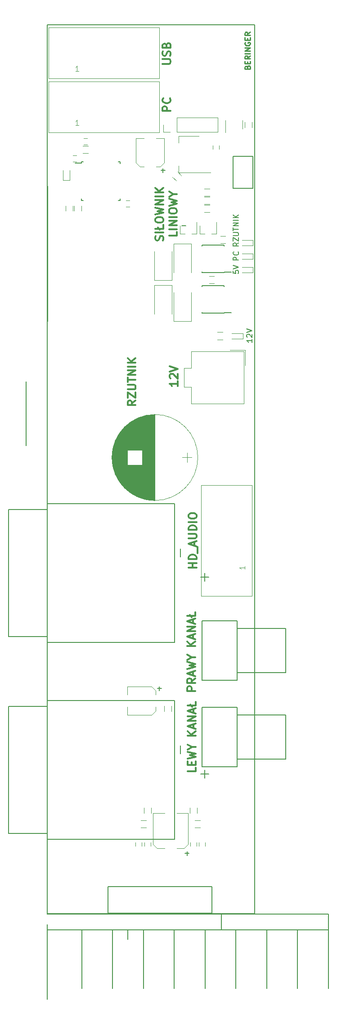
<source format=gbr>
G04 #@! TF.GenerationSoftware,KiCad,Pcbnew,(5.0.0-rc2-dev-311-g1dd4af297)*
G04 #@! TF.CreationDate,2018-06-04T15:35:21+02:00*
G04 #@! TF.ProjectId,resetUSB,72657365745553422E6B696361645F70,1.0*
G04 #@! TF.SameCoordinates,PX6ad8e7cPY2bcdfd4*
G04 #@! TF.FileFunction,Legend,Top*
G04 #@! TF.FilePolarity,Positive*
%FSLAX46Y46*%
G04 Gerber Fmt 4.6, Leading zero omitted, Abs format (unit mm)*
G04 Created by KiCad (PCBNEW (5.0.0-rc2-dev-311-g1dd4af297)) date 06/04/18 15:35:21*
%MOMM*%
%LPD*%
G01*
G04 APERTURE LIST*
%ADD10C,0.200000*%
%ADD11C,0.150000*%
%ADD12C,0.300000*%
%ADD13C,0.250000*%
%ADD14C,0.120000*%
G04 APERTURE END LIST*
D10*
X39000000Y-167000000D02*
X39000000Y0D01*
X0Y-167000000D02*
X39000000Y-167000000D01*
X0Y0D02*
X0Y-167000000D01*
X52912500Y-167067500D02*
X52912500Y-170067500D01*
X12500Y-167067500D02*
X52912500Y-167067500D01*
X12500Y-172067500D02*
X12500Y-169067500D01*
X12500Y-170067500D02*
X52912500Y-170067500D01*
X15162500Y-170067500D02*
X15162500Y-171867500D01*
X12500Y-172067500D02*
X12500Y-183067500D01*
X6512500Y-170067500D02*
X6512500Y-181067500D01*
X47112500Y-170067500D02*
X47112500Y-181067500D01*
X35512500Y-170067500D02*
X35512500Y-181067500D01*
X29712500Y-170067500D02*
X29712500Y-181067500D01*
X41312500Y-170067500D02*
X41312500Y-181067500D01*
X52912500Y-170067500D02*
X52912500Y-181067500D01*
X23912500Y-170067500D02*
X23912500Y-181067500D01*
X12312500Y-170067500D02*
X12312500Y-181067500D01*
X32812500Y-167067500D02*
X32812500Y-170067500D01*
X18112500Y-170067500D02*
X18112500Y-181067500D01*
D11*
X39000000Y0D02*
X0Y0D01*
X38552380Y-59039047D02*
X38552380Y-59610476D01*
X38552380Y-59324761D02*
X37552380Y-59324761D01*
X37695238Y-59420000D01*
X37790476Y-59515238D01*
X37838095Y-59610476D01*
X37647619Y-58658095D02*
X37600000Y-58610476D01*
X37552380Y-58515238D01*
X37552380Y-58277142D01*
X37600000Y-58181904D01*
X37647619Y-58134285D01*
X37742857Y-58086666D01*
X37838095Y-58086666D01*
X37980952Y-58134285D01*
X38552380Y-58705714D01*
X38552380Y-58086666D01*
X37552380Y-57800952D02*
X38552380Y-57467619D01*
X37552380Y-57134285D01*
D10*
X26097000Y-37755500D02*
X25335000Y-37755500D01*
D11*
X36012380Y-40941333D02*
X35536190Y-41274666D01*
X36012380Y-41512761D02*
X35012380Y-41512761D01*
X35012380Y-41131809D01*
X35060000Y-41036571D01*
X35107619Y-40988952D01*
X35202857Y-40941333D01*
X35345714Y-40941333D01*
X35440952Y-40988952D01*
X35488571Y-41036571D01*
X35536190Y-41131809D01*
X35536190Y-41512761D01*
X35012380Y-40608000D02*
X35012380Y-39941333D01*
X36012380Y-40608000D01*
X36012380Y-39941333D01*
X35012380Y-39560380D02*
X35821904Y-39560380D01*
X35917142Y-39512761D01*
X35964761Y-39465142D01*
X36012380Y-39369904D01*
X36012380Y-39179428D01*
X35964761Y-39084190D01*
X35917142Y-39036571D01*
X35821904Y-38988952D01*
X35012380Y-38988952D01*
X35012380Y-38655619D02*
X35012380Y-38084190D01*
X36012380Y-38369904D02*
X35012380Y-38369904D01*
X36012380Y-37750857D02*
X35012380Y-37750857D01*
X36012380Y-37179428D01*
X35012380Y-37179428D01*
X36012380Y-36703238D02*
X35012380Y-36703238D01*
X36012380Y-36227047D02*
X35012380Y-36227047D01*
X36012380Y-35655619D02*
X35440952Y-36084190D01*
X35012380Y-35655619D02*
X35583809Y-36227047D01*
D12*
X24554571Y-66968571D02*
X24554571Y-67825714D01*
X24554571Y-67397142D02*
X23054571Y-67397142D01*
X23268857Y-67540000D01*
X23411714Y-67682857D01*
X23483142Y-67825714D01*
X23197428Y-66397142D02*
X23126000Y-66325714D01*
X23054571Y-66182857D01*
X23054571Y-65825714D01*
X23126000Y-65682857D01*
X23197428Y-65611428D01*
X23340285Y-65540000D01*
X23483142Y-65540000D01*
X23697428Y-65611428D01*
X24554571Y-66468571D01*
X24554571Y-65540000D01*
X23054571Y-65111428D02*
X24554571Y-64611428D01*
X23054571Y-64111428D01*
X21721071Y-7290357D02*
X22935357Y-7290357D01*
X23078214Y-7218928D01*
X23149642Y-7147500D01*
X23221071Y-7004642D01*
X23221071Y-6718928D01*
X23149642Y-6576071D01*
X23078214Y-6504642D01*
X22935357Y-6433214D01*
X21721071Y-6433214D01*
X23149642Y-5790357D02*
X23221071Y-5576071D01*
X23221071Y-5218928D01*
X23149642Y-5076071D01*
X23078214Y-5004642D01*
X22935357Y-4933214D01*
X22792500Y-4933214D01*
X22649642Y-5004642D01*
X22578214Y-5076071D01*
X22506785Y-5218928D01*
X22435357Y-5504642D01*
X22363928Y-5647500D01*
X22292500Y-5718928D01*
X22149642Y-5790357D01*
X22006785Y-5790357D01*
X21863928Y-5718928D01*
X21792500Y-5647500D01*
X21721071Y-5504642D01*
X21721071Y-5147500D01*
X21792500Y-4933214D01*
X22435357Y-3790357D02*
X22506785Y-3576071D01*
X22578214Y-3504642D01*
X22721071Y-3433214D01*
X22935357Y-3433214D01*
X23078214Y-3504642D01*
X23149642Y-3576071D01*
X23221071Y-3718928D01*
X23221071Y-4290357D01*
X21721071Y-4290357D01*
X21721071Y-3790357D01*
X21792500Y-3647500D01*
X21863928Y-3576071D01*
X22006785Y-3504642D01*
X22149642Y-3504642D01*
X22292500Y-3576071D01*
X22363928Y-3647500D01*
X22435357Y-3790357D01*
X22435357Y-4290357D01*
D11*
X36012380Y-44195904D02*
X35012380Y-44195904D01*
X35012380Y-43814952D01*
X35060000Y-43719714D01*
X35107619Y-43672095D01*
X35202857Y-43624476D01*
X35345714Y-43624476D01*
X35440952Y-43672095D01*
X35488571Y-43719714D01*
X35536190Y-43814952D01*
X35536190Y-44195904D01*
X35917142Y-42624476D02*
X35964761Y-42672095D01*
X36012380Y-42814952D01*
X36012380Y-42910190D01*
X35964761Y-43053047D01*
X35869523Y-43148285D01*
X35774285Y-43195904D01*
X35583809Y-43243523D01*
X35440952Y-43243523D01*
X35250476Y-43195904D01*
X35155238Y-43148285D01*
X35060000Y-43053047D01*
X35012380Y-42910190D01*
X35012380Y-42814952D01*
X35060000Y-42672095D01*
X35107619Y-42624476D01*
X35012380Y-46164476D02*
X35012380Y-46640666D01*
X35488571Y-46688285D01*
X35440952Y-46640666D01*
X35393333Y-46545428D01*
X35393333Y-46307333D01*
X35440952Y-46212095D01*
X35488571Y-46164476D01*
X35583809Y-46116857D01*
X35821904Y-46116857D01*
X35917142Y-46164476D01*
X35964761Y-46212095D01*
X36012380Y-46307333D01*
X36012380Y-46545428D01*
X35964761Y-46640666D01*
X35917142Y-46688285D01*
X35012380Y-45831142D02*
X36012380Y-45497809D01*
X35012380Y-45164476D01*
D12*
X28110571Y-101972428D02*
X26610571Y-101972428D01*
X27324857Y-101972428D02*
X27324857Y-101115285D01*
X28110571Y-101115285D02*
X26610571Y-101115285D01*
X28110571Y-100401000D02*
X26610571Y-100401000D01*
X26610571Y-100043857D01*
X26682000Y-99829571D01*
X26824857Y-99686714D01*
X26967714Y-99615285D01*
X27253428Y-99543857D01*
X27467714Y-99543857D01*
X27753428Y-99615285D01*
X27896285Y-99686714D01*
X28039142Y-99829571D01*
X28110571Y-100043857D01*
X28110571Y-100401000D01*
X28253428Y-99258142D02*
X28253428Y-98115285D01*
X27682000Y-97829571D02*
X27682000Y-97115285D01*
X28110571Y-97972428D02*
X26610571Y-97472428D01*
X28110571Y-96972428D01*
X26610571Y-96472428D02*
X27824857Y-96472428D01*
X27967714Y-96401000D01*
X28039142Y-96329571D01*
X28110571Y-96186714D01*
X28110571Y-95901000D01*
X28039142Y-95758142D01*
X27967714Y-95686714D01*
X27824857Y-95615285D01*
X26610571Y-95615285D01*
X28110571Y-94901000D02*
X26610571Y-94901000D01*
X26610571Y-94543857D01*
X26682000Y-94329571D01*
X26824857Y-94186714D01*
X26967714Y-94115285D01*
X27253428Y-94043857D01*
X27467714Y-94043857D01*
X27753428Y-94115285D01*
X27896285Y-94186714D01*
X28039142Y-94329571D01*
X28110571Y-94543857D01*
X28110571Y-94901000D01*
X28110571Y-93401000D02*
X26610571Y-93401000D01*
X26610571Y-92401000D02*
X26610571Y-92115285D01*
X26682000Y-91972428D01*
X26824857Y-91829571D01*
X27110571Y-91758142D01*
X27610571Y-91758142D01*
X27896285Y-91829571D01*
X28039142Y-91972428D01*
X28110571Y-92115285D01*
X28110571Y-92401000D01*
X28039142Y-92543857D01*
X27896285Y-92686714D01*
X27610571Y-92758142D01*
X27110571Y-92758142D01*
X26824857Y-92686714D01*
X26682000Y-92543857D01*
X26610571Y-92401000D01*
X27856571Y-125141714D02*
X26356571Y-125141714D01*
X26356571Y-124570285D01*
X26428000Y-124427428D01*
X26499428Y-124356000D01*
X26642285Y-124284571D01*
X26856571Y-124284571D01*
X26999428Y-124356000D01*
X27070857Y-124427428D01*
X27142285Y-124570285D01*
X27142285Y-125141714D01*
X27856571Y-122784571D02*
X27142285Y-123284571D01*
X27856571Y-123641714D02*
X26356571Y-123641714D01*
X26356571Y-123070285D01*
X26428000Y-122927428D01*
X26499428Y-122856000D01*
X26642285Y-122784571D01*
X26856571Y-122784571D01*
X26999428Y-122856000D01*
X27070857Y-122927428D01*
X27142285Y-123070285D01*
X27142285Y-123641714D01*
X27428000Y-122213142D02*
X27428000Y-121498857D01*
X27856571Y-122356000D02*
X26356571Y-121856000D01*
X27856571Y-121356000D01*
X26356571Y-120998857D02*
X27856571Y-120641714D01*
X26785142Y-120356000D01*
X27856571Y-120070285D01*
X26356571Y-119713142D01*
X27142285Y-118856000D02*
X27856571Y-118856000D01*
X26356571Y-119356000D02*
X27142285Y-118856000D01*
X26356571Y-118356000D01*
X27856571Y-116713142D02*
X26356571Y-116713142D01*
X27856571Y-115856000D02*
X26999428Y-116498857D01*
X26356571Y-115856000D02*
X27213714Y-116713142D01*
X27428000Y-115284571D02*
X27428000Y-114570285D01*
X27856571Y-115427428D02*
X26356571Y-114927428D01*
X27856571Y-114427428D01*
X27856571Y-113927428D02*
X26356571Y-113927428D01*
X27856571Y-113070285D01*
X26356571Y-113070285D01*
X27428000Y-112427428D02*
X27428000Y-111713142D01*
X27856571Y-112570285D02*
X26356571Y-112070285D01*
X27856571Y-111570285D01*
X27856571Y-110356000D02*
X27856571Y-111070285D01*
X26356571Y-111070285D01*
X27142285Y-111284571D02*
X26856571Y-110856000D01*
X27944071Y-139572285D02*
X27944071Y-140286571D01*
X26444071Y-140286571D01*
X27158357Y-139072285D02*
X27158357Y-138572285D01*
X27944071Y-138358000D02*
X27944071Y-139072285D01*
X26444071Y-139072285D01*
X26444071Y-138358000D01*
X26444071Y-137858000D02*
X27944071Y-137500857D01*
X26872642Y-137215142D01*
X27944071Y-136929428D01*
X26444071Y-136572285D01*
X27229785Y-135715142D02*
X27944071Y-135715142D01*
X26444071Y-136215142D02*
X27229785Y-135715142D01*
X26444071Y-135215142D01*
X27944071Y-133572285D02*
X26444071Y-133572285D01*
X27944071Y-132715142D02*
X27086928Y-133358000D01*
X26444071Y-132715142D02*
X27301214Y-133572285D01*
X27515500Y-132143714D02*
X27515500Y-131429428D01*
X27944071Y-132286571D02*
X26444071Y-131786571D01*
X27944071Y-131286571D01*
X27944071Y-130786571D02*
X26444071Y-130786571D01*
X27944071Y-129929428D01*
X26444071Y-129929428D01*
X27515500Y-129286571D02*
X27515500Y-128572285D01*
X27944071Y-129429428D02*
X26444071Y-128929428D01*
X27944071Y-128429428D01*
X27944071Y-127215142D02*
X27944071Y-127929428D01*
X26444071Y-127929428D01*
X27229785Y-128143714D02*
X26944071Y-127715142D01*
X16641071Y-70567500D02*
X15926785Y-71067500D01*
X16641071Y-71424642D02*
X15141071Y-71424642D01*
X15141071Y-70853214D01*
X15212500Y-70710357D01*
X15283928Y-70638928D01*
X15426785Y-70567500D01*
X15641071Y-70567500D01*
X15783928Y-70638928D01*
X15855357Y-70710357D01*
X15926785Y-70853214D01*
X15926785Y-71424642D01*
X15141071Y-70067500D02*
X15141071Y-69067500D01*
X16641071Y-70067500D01*
X16641071Y-69067500D01*
X15141071Y-68496071D02*
X16355357Y-68496071D01*
X16498214Y-68424642D01*
X16569642Y-68353214D01*
X16641071Y-68210357D01*
X16641071Y-67924642D01*
X16569642Y-67781785D01*
X16498214Y-67710357D01*
X16355357Y-67638928D01*
X15141071Y-67638928D01*
X15141071Y-67138928D02*
X15141071Y-66281785D01*
X16641071Y-66710357D02*
X15141071Y-66710357D01*
X16641071Y-65781785D02*
X15141071Y-65781785D01*
X16641071Y-64924642D01*
X15141071Y-64924642D01*
X16641071Y-64210357D02*
X15141071Y-64210357D01*
X16641071Y-63496071D02*
X15141071Y-63496071D01*
X16641071Y-62638928D02*
X15783928Y-63281785D01*
X15141071Y-62638928D02*
X15998214Y-63496071D01*
D13*
X37647571Y-7921238D02*
X37695190Y-7778380D01*
X37742809Y-7730761D01*
X37838047Y-7683142D01*
X37980904Y-7683142D01*
X38076142Y-7730761D01*
X38123761Y-7778380D01*
X38171380Y-7873619D01*
X38171380Y-8254571D01*
X37171380Y-8254571D01*
X37171380Y-7921238D01*
X37219000Y-7826000D01*
X37266619Y-7778380D01*
X37361857Y-7730761D01*
X37457095Y-7730761D01*
X37552333Y-7778380D01*
X37599952Y-7826000D01*
X37647571Y-7921238D01*
X37647571Y-8254571D01*
X37647571Y-7254571D02*
X37647571Y-6921238D01*
X38171380Y-6778380D02*
X38171380Y-7254571D01*
X37171380Y-7254571D01*
X37171380Y-6778380D01*
X38171380Y-5778380D02*
X37695190Y-6111714D01*
X38171380Y-6349809D02*
X37171380Y-6349809D01*
X37171380Y-5968857D01*
X37219000Y-5873619D01*
X37266619Y-5826000D01*
X37361857Y-5778380D01*
X37504714Y-5778380D01*
X37599952Y-5826000D01*
X37647571Y-5873619D01*
X37695190Y-5968857D01*
X37695190Y-6349809D01*
X38171380Y-5349809D02*
X37171380Y-5349809D01*
X38171380Y-4873619D02*
X37171380Y-4873619D01*
X38171380Y-4302190D01*
X37171380Y-4302190D01*
X37219000Y-3302190D02*
X37171380Y-3397428D01*
X37171380Y-3540285D01*
X37219000Y-3683142D01*
X37314238Y-3778380D01*
X37409476Y-3826000D01*
X37599952Y-3873619D01*
X37742809Y-3873619D01*
X37933285Y-3826000D01*
X38028523Y-3778380D01*
X38123761Y-3683142D01*
X38171380Y-3540285D01*
X38171380Y-3445047D01*
X38123761Y-3302190D01*
X38076142Y-3254571D01*
X37742809Y-3254571D01*
X37742809Y-3445047D01*
X37647571Y-2826000D02*
X37647571Y-2492666D01*
X38171380Y-2349809D02*
X38171380Y-2826000D01*
X37171380Y-2826000D01*
X37171380Y-2349809D01*
X38171380Y-1349809D02*
X37695190Y-1683142D01*
X38171380Y-1921238D02*
X37171380Y-1921238D01*
X37171380Y-1540285D01*
X37219000Y-1445047D01*
X37266619Y-1397428D01*
X37361857Y-1349809D01*
X37504714Y-1349809D01*
X37599952Y-1397428D01*
X37647571Y-1445047D01*
X37695190Y-1540285D01*
X37695190Y-1921238D01*
D12*
X21787642Y-40488571D02*
X21859071Y-40274285D01*
X21859071Y-39917142D01*
X21787642Y-39774285D01*
X21716214Y-39702857D01*
X21573357Y-39631428D01*
X21430500Y-39631428D01*
X21287642Y-39702857D01*
X21216214Y-39774285D01*
X21144785Y-39917142D01*
X21073357Y-40202857D01*
X21001928Y-40345714D01*
X20930500Y-40417142D01*
X20787642Y-40488571D01*
X20644785Y-40488571D01*
X20501928Y-40417142D01*
X20430500Y-40345714D01*
X20359071Y-40202857D01*
X20359071Y-39845714D01*
X20430500Y-39631428D01*
X21859071Y-38988571D02*
X20359071Y-38988571D01*
X21859071Y-37560000D02*
X21859071Y-38274285D01*
X20359071Y-38274285D01*
X21144785Y-38488571D02*
X20859071Y-38060000D01*
X20359071Y-36774285D02*
X20359071Y-36488571D01*
X20430500Y-36345714D01*
X20573357Y-36202857D01*
X20859071Y-36131428D01*
X21359071Y-36131428D01*
X21644785Y-36202857D01*
X21787642Y-36345714D01*
X21859071Y-36488571D01*
X21859071Y-36774285D01*
X21787642Y-36917142D01*
X21644785Y-37060000D01*
X21359071Y-37131428D01*
X20859071Y-37131428D01*
X20573357Y-37060000D01*
X20430500Y-36917142D01*
X20359071Y-36774285D01*
X20359071Y-35631428D02*
X21859071Y-35274285D01*
X20787642Y-34988571D01*
X21859071Y-34702857D01*
X20359071Y-34345714D01*
X21859071Y-33774285D02*
X20359071Y-33774285D01*
X21859071Y-32917142D01*
X20359071Y-32917142D01*
X21859071Y-32202857D02*
X20359071Y-32202857D01*
X21859071Y-31488571D02*
X20359071Y-31488571D01*
X21859071Y-30631428D02*
X21001928Y-31274285D01*
X20359071Y-30631428D02*
X21216214Y-31488571D01*
X24409071Y-38881428D02*
X24409071Y-39595714D01*
X22909071Y-39595714D01*
X24409071Y-38381428D02*
X22909071Y-38381428D01*
X24409071Y-37667142D02*
X22909071Y-37667142D01*
X24409071Y-36810000D01*
X22909071Y-36810000D01*
X24409071Y-36095714D02*
X22909071Y-36095714D01*
X22909071Y-35095714D02*
X22909071Y-34810000D01*
X22980500Y-34667142D01*
X23123357Y-34524285D01*
X23409071Y-34452857D01*
X23909071Y-34452857D01*
X24194785Y-34524285D01*
X24337642Y-34667142D01*
X24409071Y-34810000D01*
X24409071Y-35095714D01*
X24337642Y-35238571D01*
X24194785Y-35381428D01*
X23909071Y-35452857D01*
X23409071Y-35452857D01*
X23123357Y-35381428D01*
X22980500Y-35238571D01*
X22909071Y-35095714D01*
X22909071Y-33952857D02*
X24409071Y-33595714D01*
X23337642Y-33310000D01*
X24409071Y-33024285D01*
X22909071Y-32667142D01*
X23694785Y-31810000D02*
X24409071Y-31810000D01*
X22909071Y-32310000D02*
X23694785Y-31810000D01*
X22909071Y-31310000D01*
X23221071Y-16128857D02*
X21721071Y-16128857D01*
X21721071Y-15557428D01*
X21792500Y-15414571D01*
X21863928Y-15343142D01*
X22006785Y-15271714D01*
X22221071Y-15271714D01*
X22363928Y-15343142D01*
X22435357Y-15414571D01*
X22506785Y-15557428D01*
X22506785Y-16128857D01*
X23078214Y-13771714D02*
X23149642Y-13843142D01*
X23221071Y-14057428D01*
X23221071Y-14200285D01*
X23149642Y-14414571D01*
X23006785Y-14557428D01*
X22863928Y-14628857D01*
X22578214Y-14700285D01*
X22363928Y-14700285D01*
X22078214Y-14628857D01*
X21935357Y-14557428D01*
X21792500Y-14414571D01*
X21721071Y-14200285D01*
X21721071Y-14057428D01*
X21792500Y-13843142D01*
X21863928Y-13771714D01*
D14*
X27809000Y-149486000D02*
X28809000Y-149486000D01*
X28809000Y-150846000D02*
X27809000Y-150846000D01*
X19932500Y-153936000D02*
X19932500Y-148096000D01*
X20692500Y-154696000D02*
X19932500Y-153936000D01*
X26532500Y-153936000D02*
X25772500Y-154696000D01*
X26532500Y-148096000D02*
X26532500Y-153936000D01*
X20692500Y-154696000D02*
X22112500Y-154696000D01*
X25772500Y-154696000D02*
X24352500Y-154696000D01*
X19932500Y-148096000D02*
X22112500Y-148096000D01*
X26532500Y-148096000D02*
X24352500Y-148096000D01*
X28227000Y-147126000D02*
X28227000Y-148126000D01*
X26867000Y-148126000D02*
X26867000Y-147126000D01*
X19514500Y-153626000D02*
X19514500Y-154326000D01*
X18314500Y-154326000D02*
X18314500Y-153626000D01*
X16599000Y-154326000D02*
X16599000Y-153626000D01*
X17799000Y-153626000D02*
X17799000Y-154326000D01*
X28147000Y-153614000D02*
X28147000Y-154314000D01*
X26947000Y-154314000D02*
X26947000Y-153614000D01*
X19591000Y-147126000D02*
X19591000Y-148126000D01*
X18231000Y-148126000D02*
X18231000Y-147126000D01*
D11*
X30995000Y-161926200D02*
X30995000Y-166930000D01*
X11395000Y-161926200D02*
X30995000Y-161926200D01*
X11395000Y-166930000D02*
X11395000Y-161926200D01*
X30995000Y-166930000D02*
X11395000Y-166930000D01*
D14*
X28537000Y-154326000D02*
X28537000Y-153626000D01*
X29737000Y-153626000D02*
X29737000Y-154326000D01*
X18649000Y-150846000D02*
X17649000Y-150846000D01*
X17649000Y-149486000D02*
X18649000Y-149486000D01*
X22013500Y-128990500D02*
X22013500Y-127990500D01*
X23373500Y-127990500D02*
X23373500Y-128990500D01*
X19650500Y-124326500D02*
X15070500Y-124326500D01*
X20410500Y-125086500D02*
X19650500Y-124326500D01*
X19650500Y-129656500D02*
X20410500Y-128896500D01*
X15070500Y-129656500D02*
X19650500Y-129656500D01*
X20410500Y-128896500D02*
X20410500Y-128106500D01*
X20410500Y-125086500D02*
X20410500Y-125876500D01*
X15070500Y-124326500D02*
X15070500Y-125876500D01*
X15070500Y-129656500D02*
X15070500Y-128106500D01*
D11*
X-4000000Y-67000000D02*
X-4000000Y-79000000D01*
X0Y-103000000D02*
X0Y-116000000D01*
X0Y-116000000D02*
X24000000Y-116000000D01*
X24000000Y-116000000D02*
X24000000Y-103000000D01*
X24000000Y-103000000D02*
X24000000Y-90000000D01*
X24000000Y-90000000D02*
X0Y-90000000D01*
X0Y-90000000D02*
X0Y-103000000D01*
X0Y-91100000D02*
X-7300000Y-91100000D01*
X-7300000Y-91100000D02*
X-7300000Y-114900000D01*
X-7300000Y-114900000D02*
X0Y-114900000D01*
D14*
X20125500Y-47945700D02*
X20125500Y-42545700D01*
X23425500Y-47945700D02*
X23425500Y-42545700D01*
X20125500Y-47945700D02*
X23425500Y-47945700D01*
X27108500Y-41145700D02*
X27108500Y-46545700D01*
X23808500Y-41145700D02*
X23808500Y-46545700D01*
X27108500Y-41145700D02*
X23808500Y-41145700D01*
X23425500Y-48892700D02*
X23425500Y-54292700D01*
X20125500Y-48892700D02*
X20125500Y-54292700D01*
X23425500Y-48892700D02*
X20125500Y-48892700D01*
X24986000Y-39211500D02*
X24986000Y-37751500D01*
X28146000Y-39211500D02*
X28146000Y-37051500D01*
X28146000Y-39211500D02*
X27216000Y-39211500D01*
X24986000Y-39211500D02*
X25916000Y-39211500D01*
X28669000Y-39211500D02*
X28669000Y-37751500D01*
X31829000Y-39211500D02*
X31829000Y-37051500D01*
X31829000Y-39211500D02*
X30899000Y-39211500D01*
X28669000Y-39211500D02*
X29599000Y-39211500D01*
X23808500Y-55692700D02*
X23808500Y-50292700D01*
X27108500Y-55692700D02*
X27108500Y-50292700D01*
X23808500Y-55692700D02*
X27108500Y-55692700D01*
D11*
X33261200Y-46469100D02*
X34661200Y-46469100D01*
X33261200Y-41369100D02*
X29111200Y-41369100D01*
X33261200Y-46519100D02*
X29111200Y-46519100D01*
X33261200Y-41369100D02*
X33261200Y-41514100D01*
X29111200Y-41369100D02*
X29111200Y-41514100D01*
X29111200Y-46519100D02*
X29111200Y-46374100D01*
X33261200Y-46519100D02*
X33261200Y-46469100D01*
X33261200Y-54089100D02*
X34661200Y-54089100D01*
X33261200Y-48989100D02*
X29111200Y-48989100D01*
X33261200Y-54139100D02*
X29111200Y-54139100D01*
X33261200Y-48989100D02*
X33261200Y-49134100D01*
X29111200Y-48989100D02*
X29111200Y-49134100D01*
X29111200Y-54139100D02*
X29111200Y-53994100D01*
X33261200Y-54139100D02*
X33261200Y-54089100D01*
D14*
X31448500Y-48559000D02*
X30448500Y-48559000D01*
X30448500Y-47199000D02*
X31448500Y-47199000D01*
X33570800Y-40989800D02*
X32570800Y-40989800D01*
X32570800Y-39629800D02*
X33570800Y-39629800D01*
X38530000Y-107330000D02*
X28930000Y-107330000D01*
X38530000Y-86510000D02*
X38530000Y-107330000D01*
X28930000Y-86510000D02*
X38530000Y-86510000D01*
X28930000Y-107330000D02*
X28930000Y-86510000D01*
D11*
X44858500Y-129655500D02*
X35758500Y-129655500D01*
X44858500Y-137955500D02*
X44858500Y-129655500D01*
X35758500Y-137955500D02*
X44858500Y-137955500D01*
X35758500Y-128205500D02*
X35758500Y-139405500D01*
X29158500Y-128205500D02*
X35758500Y-128205500D01*
X29158500Y-139405500D02*
X29158500Y-128205500D01*
X35758500Y-139405500D02*
X29158500Y-139405500D01*
D14*
X36860000Y-58961500D02*
X34760000Y-58961500D01*
X36860000Y-57961500D02*
X34760000Y-57961500D01*
X36860000Y-58961500D02*
X36860000Y-57961500D01*
X32012000Y-57740000D02*
X33012000Y-57740000D01*
X33012000Y-59100000D02*
X32012000Y-59100000D01*
X37258000Y-61111000D02*
X34408000Y-61111000D01*
X37258000Y-63961000D02*
X37258000Y-61111000D01*
X25708000Y-68061000D02*
X25708000Y-66261000D01*
X27108000Y-68061000D02*
X25708000Y-68061000D01*
X27108000Y-71161000D02*
X27108000Y-68061000D01*
X37008000Y-71161000D02*
X27108000Y-71161000D01*
X37008000Y-66261000D02*
X37008000Y-71161000D01*
X25708000Y-64461000D02*
X25708000Y-66261000D01*
X27108000Y-64461000D02*
X25708000Y-64461000D01*
X27108000Y-61361000D02*
X27108000Y-64461000D01*
X37008000Y-61361000D02*
X27108000Y-61361000D01*
X37008000Y-66261000D02*
X37008000Y-61361000D01*
D11*
X44858500Y-113399500D02*
X35758500Y-113399500D01*
X44858500Y-121699500D02*
X44858500Y-113399500D01*
X35758500Y-121699500D02*
X44858500Y-121699500D01*
X35758500Y-111949500D02*
X35758500Y-123149500D01*
X29158500Y-111949500D02*
X35758500Y-111949500D01*
X29158500Y-123149500D02*
X29158500Y-111949500D01*
X35758500Y-123149500D02*
X29158500Y-123149500D01*
D14*
X30559500Y-33619500D02*
X29559500Y-33619500D01*
X29559500Y-32259500D02*
X30559500Y-32259500D01*
D11*
X110000Y-55700000D02*
X110000Y-30300000D01*
X6467772Y-25941143D02*
X5242772Y-25941143D01*
X13717772Y-25716143D02*
X13417772Y-25716143D01*
X13717772Y-32966143D02*
X13417772Y-32966143D01*
X6467772Y-32966143D02*
X6767772Y-32966143D01*
X6467772Y-25716143D02*
X6767772Y-25716143D01*
X6467772Y-32966143D02*
X6467772Y-32666143D01*
X13717772Y-32966143D02*
X13717772Y-32666143D01*
X13717772Y-25716143D02*
X13717772Y-26016143D01*
X6467772Y-25716143D02*
X6467772Y-25941143D01*
D14*
X6687876Y-22712702D02*
X7687876Y-22712702D01*
X7687876Y-24072702D02*
X6687876Y-24072702D01*
X4803631Y-24520423D02*
X5503631Y-24520423D01*
X5503631Y-25720423D02*
X4803631Y-25720423D01*
X7549876Y-22468702D02*
X6849876Y-22468702D01*
X6849876Y-21268702D02*
X7549876Y-21268702D01*
X26300000Y-82180000D02*
X26300000Y-80380000D01*
X27200000Y-81280000D02*
X25400000Y-81280000D01*
X12169000Y-81643000D02*
X12169000Y-80917000D01*
X12209000Y-82139000D02*
X12209000Y-80421000D01*
X12249000Y-82444000D02*
X12249000Y-80116000D01*
X12289000Y-82685000D02*
X12289000Y-79875000D01*
X12329000Y-82890000D02*
X12329000Y-79670000D01*
X12369000Y-83072000D02*
X12369000Y-79488000D01*
X12409000Y-83236000D02*
X12409000Y-79324000D01*
X12449000Y-83387000D02*
X12449000Y-79173000D01*
X12489000Y-83528000D02*
X12489000Y-79032000D01*
X12529000Y-83659000D02*
X12529000Y-78901000D01*
X12569000Y-83783000D02*
X12569000Y-78777000D01*
X12609000Y-83901000D02*
X12609000Y-78659000D01*
X12649000Y-84013000D02*
X12649000Y-78547000D01*
X12689000Y-84121000D02*
X12689000Y-78439000D01*
X12729000Y-84223000D02*
X12729000Y-78337000D01*
X12769000Y-84322000D02*
X12769000Y-78238000D01*
X12809000Y-84418000D02*
X12809000Y-78142000D01*
X12849000Y-84510000D02*
X12849000Y-78050000D01*
X12889000Y-84599000D02*
X12889000Y-77961000D01*
X12929000Y-84685000D02*
X12929000Y-77875000D01*
X12969000Y-84769000D02*
X12969000Y-77791000D01*
X13009000Y-84850000D02*
X13009000Y-77710000D01*
X13049000Y-84929000D02*
X13049000Y-77631000D01*
X13089000Y-85006000D02*
X13089000Y-77554000D01*
X13129000Y-85082000D02*
X13129000Y-77478000D01*
X13169000Y-85155000D02*
X13169000Y-77405000D01*
X13209000Y-85226000D02*
X13209000Y-77334000D01*
X13249000Y-85296000D02*
X13249000Y-77264000D01*
X13289000Y-85364000D02*
X13289000Y-77196000D01*
X13329000Y-85431000D02*
X13329000Y-77129000D01*
X13369000Y-85497000D02*
X13369000Y-77063000D01*
X13409000Y-85561000D02*
X13409000Y-76999000D01*
X13449000Y-85623000D02*
X13449000Y-76937000D01*
X13489000Y-85685000D02*
X13489000Y-76875000D01*
X13529000Y-85745000D02*
X13529000Y-76815000D01*
X13569000Y-85804000D02*
X13569000Y-76756000D01*
X13609000Y-85862000D02*
X13609000Y-76698000D01*
X13649000Y-85919000D02*
X13649000Y-76641000D01*
X13689000Y-85975000D02*
X13689000Y-76585000D01*
X13729000Y-86030000D02*
X13729000Y-76530000D01*
X13769000Y-86084000D02*
X13769000Y-76476000D01*
X13809000Y-86137000D02*
X13809000Y-76423000D01*
X13849000Y-86189000D02*
X13849000Y-76371000D01*
X13889000Y-86240000D02*
X13889000Y-76320000D01*
X13929000Y-86291000D02*
X13929000Y-76269000D01*
X13969000Y-86340000D02*
X13969000Y-76220000D01*
X14009000Y-86389000D02*
X14009000Y-76171000D01*
X14049000Y-86437000D02*
X14049000Y-76123000D01*
X14089000Y-86485000D02*
X14089000Y-76075000D01*
X14129000Y-86531000D02*
X14129000Y-76029000D01*
X14169000Y-86577000D02*
X14169000Y-75983000D01*
X14209000Y-86623000D02*
X14209000Y-75937000D01*
X14249000Y-86667000D02*
X14249000Y-75893000D01*
X14289000Y-86711000D02*
X14289000Y-75849000D01*
X14329000Y-86754000D02*
X14329000Y-75806000D01*
X14369000Y-86797000D02*
X14369000Y-75763000D01*
X14409000Y-86839000D02*
X14409000Y-75721000D01*
X14449000Y-86880000D02*
X14449000Y-75680000D01*
X14489000Y-86921000D02*
X14489000Y-75639000D01*
X14529000Y-86961000D02*
X14529000Y-75599000D01*
X14569000Y-87001000D02*
X14569000Y-75559000D01*
X14609000Y-87040000D02*
X14609000Y-75520000D01*
X14649000Y-87079000D02*
X14649000Y-75481000D01*
X14689000Y-87117000D02*
X14689000Y-75443000D01*
X14729000Y-87155000D02*
X14729000Y-75405000D01*
X14769000Y-87192000D02*
X14769000Y-75368000D01*
X14809000Y-87228000D02*
X14809000Y-75332000D01*
X14849000Y-87264000D02*
X14849000Y-75296000D01*
X14889000Y-87300000D02*
X14889000Y-75260000D01*
X14929000Y-87335000D02*
X14929000Y-75225000D01*
X14969000Y-87370000D02*
X14969000Y-75190000D01*
X15009000Y-87404000D02*
X15009000Y-75156000D01*
X15049000Y-87438000D02*
X15049000Y-75122000D01*
X15089000Y-87471000D02*
X15089000Y-75089000D01*
X15129000Y-79900000D02*
X15129000Y-75056000D01*
X15129000Y-87504000D02*
X15129000Y-82660000D01*
X15169000Y-79900000D02*
X15169000Y-75023000D01*
X15169000Y-87537000D02*
X15169000Y-82660000D01*
X15209000Y-79900000D02*
X15209000Y-74991000D01*
X15209000Y-87569000D02*
X15209000Y-82660000D01*
X15249000Y-79900000D02*
X15249000Y-74960000D01*
X15249000Y-87600000D02*
X15249000Y-82660000D01*
X15289000Y-79900000D02*
X15289000Y-74928000D01*
X15289000Y-87632000D02*
X15289000Y-82660000D01*
X15329000Y-79900000D02*
X15329000Y-74898000D01*
X15329000Y-87662000D02*
X15329000Y-82660000D01*
X15369000Y-79900000D02*
X15369000Y-74867000D01*
X15369000Y-87693000D02*
X15369000Y-82660000D01*
X15409000Y-79900000D02*
X15409000Y-74837000D01*
X15409000Y-87723000D02*
X15409000Y-82660000D01*
X15449000Y-79900000D02*
X15449000Y-74807000D01*
X15449000Y-87753000D02*
X15449000Y-82660000D01*
X15489000Y-79900000D02*
X15489000Y-74778000D01*
X15489000Y-87782000D02*
X15489000Y-82660000D01*
X15529000Y-79900000D02*
X15529000Y-74749000D01*
X15529000Y-87811000D02*
X15529000Y-82660000D01*
X15569000Y-79900000D02*
X15569000Y-74721000D01*
X15569000Y-87839000D02*
X15569000Y-82660000D01*
X15609000Y-79900000D02*
X15609000Y-74692000D01*
X15609000Y-87868000D02*
X15609000Y-82660000D01*
X15649000Y-79900000D02*
X15649000Y-74665000D01*
X15649000Y-87895000D02*
X15649000Y-82660000D01*
X15689000Y-79900000D02*
X15689000Y-74637000D01*
X15689000Y-87923000D02*
X15689000Y-82660000D01*
X15729000Y-79900000D02*
X15729000Y-74610000D01*
X15729000Y-87950000D02*
X15729000Y-82660000D01*
X15769000Y-79900000D02*
X15769000Y-74583000D01*
X15769000Y-87977000D02*
X15769000Y-82660000D01*
X15809000Y-79900000D02*
X15809000Y-74557000D01*
X15809000Y-88003000D02*
X15809000Y-82660000D01*
X15849000Y-79900000D02*
X15849000Y-74531000D01*
X15849000Y-88029000D02*
X15849000Y-82660000D01*
X15889000Y-79900000D02*
X15889000Y-74505000D01*
X15889000Y-88055000D02*
X15889000Y-82660000D01*
X15929000Y-79900000D02*
X15929000Y-74479000D01*
X15929000Y-88081000D02*
X15929000Y-82660000D01*
X15969000Y-79900000D02*
X15969000Y-74454000D01*
X15969000Y-88106000D02*
X15969000Y-82660000D01*
X16009000Y-79900000D02*
X16009000Y-74430000D01*
X16009000Y-88130000D02*
X16009000Y-82660000D01*
X16049000Y-79900000D02*
X16049000Y-74405000D01*
X16049000Y-88155000D02*
X16049000Y-82660000D01*
X16089000Y-79900000D02*
X16089000Y-74381000D01*
X16089000Y-88179000D02*
X16089000Y-82660000D01*
X16129000Y-79900000D02*
X16129000Y-74357000D01*
X16129000Y-88203000D02*
X16129000Y-82660000D01*
X16169000Y-79900000D02*
X16169000Y-74334000D01*
X16169000Y-88226000D02*
X16169000Y-82660000D01*
X16209000Y-79900000D02*
X16209000Y-74310000D01*
X16209000Y-88250000D02*
X16209000Y-82660000D01*
X16249000Y-79900000D02*
X16249000Y-74288000D01*
X16249000Y-88272000D02*
X16249000Y-82660000D01*
X16289000Y-79900000D02*
X16289000Y-74265000D01*
X16289000Y-88295000D02*
X16289000Y-82660000D01*
X16329000Y-79900000D02*
X16329000Y-74243000D01*
X16329000Y-88317000D02*
X16329000Y-82660000D01*
X16369000Y-79900000D02*
X16369000Y-74221000D01*
X16369000Y-88339000D02*
X16369000Y-82660000D01*
X16409000Y-79900000D02*
X16409000Y-74199000D01*
X16409000Y-88361000D02*
X16409000Y-82660000D01*
X16449000Y-79900000D02*
X16449000Y-74178000D01*
X16449000Y-88382000D02*
X16449000Y-82660000D01*
X16489000Y-79900000D02*
X16489000Y-74156000D01*
X16489000Y-88404000D02*
X16489000Y-82660000D01*
X16529000Y-79900000D02*
X16529000Y-74136000D01*
X16529000Y-88424000D02*
X16529000Y-82660000D01*
X16569000Y-79900000D02*
X16569000Y-74115000D01*
X16569000Y-88445000D02*
X16569000Y-82660000D01*
X16609000Y-79900000D02*
X16609000Y-74095000D01*
X16609000Y-88465000D02*
X16609000Y-82660000D01*
X16649000Y-79900000D02*
X16649000Y-74075000D01*
X16649000Y-88485000D02*
X16649000Y-82660000D01*
X16689000Y-79900000D02*
X16689000Y-74055000D01*
X16689000Y-88505000D02*
X16689000Y-82660000D01*
X16729000Y-79900000D02*
X16729000Y-74035000D01*
X16729000Y-88525000D02*
X16729000Y-82660000D01*
X16769000Y-79900000D02*
X16769000Y-74016000D01*
X16769000Y-88544000D02*
X16769000Y-82660000D01*
X16809000Y-79900000D02*
X16809000Y-73997000D01*
X16809000Y-88563000D02*
X16809000Y-82660000D01*
X16849000Y-79900000D02*
X16849000Y-73979000D01*
X16849000Y-88581000D02*
X16849000Y-82660000D01*
X16889000Y-79900000D02*
X16889000Y-73960000D01*
X16889000Y-88600000D02*
X16889000Y-82660000D01*
X16929000Y-79900000D02*
X16929000Y-73942000D01*
X16929000Y-88618000D02*
X16929000Y-82660000D01*
X16969000Y-79900000D02*
X16969000Y-73924000D01*
X16969000Y-88636000D02*
X16969000Y-82660000D01*
X17009000Y-79900000D02*
X17009000Y-73907000D01*
X17009000Y-88653000D02*
X17009000Y-82660000D01*
X17049000Y-79900000D02*
X17049000Y-73889000D01*
X17049000Y-88671000D02*
X17049000Y-82660000D01*
X17089000Y-79900000D02*
X17089000Y-73872000D01*
X17089000Y-88688000D02*
X17089000Y-82660000D01*
X17129000Y-79900000D02*
X17129000Y-73855000D01*
X17129000Y-88705000D02*
X17129000Y-82660000D01*
X17169000Y-79900000D02*
X17169000Y-73839000D01*
X17169000Y-88721000D02*
X17169000Y-82660000D01*
X17209000Y-79900000D02*
X17209000Y-73822000D01*
X17209000Y-88738000D02*
X17209000Y-82660000D01*
X17249000Y-79900000D02*
X17249000Y-73806000D01*
X17249000Y-88754000D02*
X17249000Y-82660000D01*
X17289000Y-79900000D02*
X17289000Y-73790000D01*
X17289000Y-88770000D02*
X17289000Y-82660000D01*
X17329000Y-79900000D02*
X17329000Y-73775000D01*
X17329000Y-88785000D02*
X17329000Y-82660000D01*
X17369000Y-79900000D02*
X17369000Y-73759000D01*
X17369000Y-88801000D02*
X17369000Y-82660000D01*
X17409000Y-79900000D02*
X17409000Y-73744000D01*
X17409000Y-88816000D02*
X17409000Y-82660000D01*
X17449000Y-79900000D02*
X17449000Y-73730000D01*
X17449000Y-88830000D02*
X17449000Y-82660000D01*
X17489000Y-79900000D02*
X17489000Y-73715000D01*
X17489000Y-88845000D02*
X17489000Y-82660000D01*
X17529000Y-79900000D02*
X17529000Y-73700000D01*
X17529000Y-88860000D02*
X17529000Y-82660000D01*
X17569000Y-79900000D02*
X17569000Y-73686000D01*
X17569000Y-88874000D02*
X17569000Y-82660000D01*
X17609000Y-79900000D02*
X17609000Y-73672000D01*
X17609000Y-88888000D02*
X17609000Y-82660000D01*
X17649000Y-79900000D02*
X17649000Y-73659000D01*
X17649000Y-88901000D02*
X17649000Y-82660000D01*
X17689000Y-79900000D02*
X17689000Y-73645000D01*
X17689000Y-88915000D02*
X17689000Y-82660000D01*
X17729000Y-79900000D02*
X17729000Y-73632000D01*
X17729000Y-88928000D02*
X17729000Y-82660000D01*
X17769000Y-79900000D02*
X17769000Y-73619000D01*
X17769000Y-88941000D02*
X17769000Y-82660000D01*
X17809000Y-79900000D02*
X17809000Y-73606000D01*
X17809000Y-88954000D02*
X17809000Y-82660000D01*
X17849000Y-79900000D02*
X17849000Y-73594000D01*
X17849000Y-88966000D02*
X17849000Y-82660000D01*
X17889000Y-88979000D02*
X17889000Y-73581000D01*
X17929000Y-88991000D02*
X17929000Y-73569000D01*
X17969000Y-89003000D02*
X17969000Y-73557000D01*
X18009000Y-89014000D02*
X18009000Y-73546000D01*
X18049000Y-89026000D02*
X18049000Y-73534000D01*
X18089000Y-89037000D02*
X18089000Y-73523000D01*
X18129000Y-89048000D02*
X18129000Y-73512000D01*
X18169000Y-89059000D02*
X18169000Y-73501000D01*
X18209000Y-89069000D02*
X18209000Y-73491000D01*
X18249000Y-89079000D02*
X18249000Y-73481000D01*
X18289000Y-89089000D02*
X18289000Y-73471000D01*
X18329000Y-89099000D02*
X18329000Y-73461000D01*
X18369000Y-89109000D02*
X18369000Y-73451000D01*
X18409000Y-89118000D02*
X18409000Y-73442000D01*
X18449000Y-89128000D02*
X18449000Y-73432000D01*
X18489000Y-89137000D02*
X18489000Y-73423000D01*
X18529000Y-89146000D02*
X18529000Y-73414000D01*
X18569000Y-89154000D02*
X18569000Y-73406000D01*
X18609000Y-89163000D02*
X18609000Y-73397000D01*
X18649000Y-89171000D02*
X18649000Y-73389000D01*
X18689000Y-89179000D02*
X18689000Y-73381000D01*
X18729000Y-89186000D02*
X18729000Y-73374000D01*
X18769000Y-89194000D02*
X18769000Y-73366000D01*
X18809000Y-89201000D02*
X18809000Y-73359000D01*
X18849000Y-89208000D02*
X18849000Y-73352000D01*
X18889000Y-89215000D02*
X18889000Y-73345000D01*
X18929000Y-89222000D02*
X18929000Y-73338000D01*
X18969000Y-89229000D02*
X18969000Y-73331000D01*
X19009000Y-89235000D02*
X19009000Y-73325000D01*
X19049000Y-89241000D02*
X19049000Y-73319000D01*
X19089000Y-89247000D02*
X19089000Y-73313000D01*
X19129000Y-89253000D02*
X19129000Y-73307000D01*
X19169000Y-89258000D02*
X19169000Y-73302000D01*
X19209000Y-89263000D02*
X19209000Y-73297000D01*
X19249000Y-89268000D02*
X19249000Y-73292000D01*
X19289000Y-89273000D02*
X19289000Y-73287000D01*
X19329000Y-89278000D02*
X19329000Y-73282000D01*
X19369000Y-89282000D02*
X19369000Y-73278000D01*
X19409000Y-89287000D02*
X19409000Y-73273000D01*
X19449000Y-89291000D02*
X19449000Y-73269000D01*
X19489000Y-89295000D02*
X19489000Y-73265000D01*
X19529000Y-89298000D02*
X19529000Y-73262000D01*
X19570000Y-89302000D02*
X19570000Y-73258000D01*
X19610000Y-89305000D02*
X19610000Y-73255000D01*
X19650000Y-89308000D02*
X19650000Y-73252000D01*
X19690000Y-89311000D02*
X19690000Y-73249000D01*
X19730000Y-89314000D02*
X19730000Y-73246000D01*
X19770000Y-89316000D02*
X19770000Y-73244000D01*
X19810000Y-89319000D02*
X19810000Y-73241000D01*
X19850000Y-89321000D02*
X19850000Y-73239000D01*
X19890000Y-89322000D02*
X19890000Y-73238000D01*
X19930000Y-89324000D02*
X19930000Y-73236000D01*
X19970000Y-89326000D02*
X19970000Y-73234000D01*
X20010000Y-89327000D02*
X20010000Y-73233000D01*
X20050000Y-89328000D02*
X20050000Y-73232000D01*
X20090000Y-89329000D02*
X20090000Y-73231000D01*
X20130000Y-89330000D02*
X20130000Y-73230000D01*
X20170000Y-89330000D02*
X20170000Y-73230000D01*
X20210000Y-89330000D02*
X20210000Y-73230000D01*
X20250000Y-89331000D02*
X20250000Y-73229000D01*
X28340000Y-81280000D02*
G75*
G03X28340000Y-81280000I-8090000J0D01*
G01*
D11*
X0Y-140000000D02*
X0Y-153000000D01*
X0Y-153000000D02*
X24000000Y-153000000D01*
X24000000Y-153000000D02*
X24000000Y-140000000D01*
X24000000Y-140000000D02*
X24000000Y-127000000D01*
X24000000Y-127000000D02*
X0Y-127000000D01*
X0Y-127000000D02*
X0Y-140000000D01*
X0Y-128100000D02*
X-7300000Y-128100000D01*
X-7300000Y-128100000D02*
X-7300000Y-151900000D01*
X-7300000Y-151900000D02*
X0Y-151900000D01*
D14*
X32348859Y-22657541D02*
X32348859Y-23357541D01*
X31148859Y-23357541D02*
X31148859Y-22657541D01*
X22020800Y-25852600D02*
X22020800Y-21272600D01*
X21260800Y-26612600D02*
X22020800Y-25852600D01*
X16690800Y-25852600D02*
X17450800Y-26612600D01*
X16690800Y-21272600D02*
X16690800Y-25852600D01*
X17450800Y-26612600D02*
X18240800Y-26612600D01*
X21260800Y-26612600D02*
X20470800Y-26612600D01*
X22020800Y-21272600D02*
X20470800Y-21272600D01*
X16690800Y-21272600D02*
X18240800Y-21272600D01*
X30768859Y-27687541D02*
X24758859Y-27687541D01*
X28518859Y-20867541D02*
X24758859Y-20867541D01*
X24758859Y-27687541D02*
X24758859Y-26427541D01*
X24758859Y-20867541D02*
X24758859Y-22127541D01*
D11*
X35006000Y-30651000D02*
X35006000Y-27651000D01*
X38706000Y-30651000D02*
X35006000Y-30651000D01*
X38706000Y-24651000D02*
X38706000Y-30651000D01*
X35006000Y-24651000D02*
X38706000Y-24651000D01*
X35006000Y-27651000D02*
X35006000Y-24651000D01*
D14*
X15522627Y-34180956D02*
X14822627Y-34180956D01*
X14822627Y-32980956D02*
X15522627Y-32980956D01*
X24282721Y-29247386D02*
X23575614Y-28540279D01*
X24537279Y-27578614D02*
X25244386Y-28285721D01*
X4196000Y-27291000D02*
X4196000Y-29141000D01*
X2996000Y-27291000D02*
X2996000Y-29141000D01*
X2996000Y-29141000D02*
X4196000Y-29141000D01*
X38725500Y-46520500D02*
X36625500Y-46520500D01*
X38725500Y-45520500D02*
X36625500Y-45520500D01*
X38725500Y-46520500D02*
X38725500Y-45520500D01*
X38725500Y-43980500D02*
X36625500Y-43980500D01*
X38725500Y-42980500D02*
X36625500Y-42980500D01*
X38725500Y-43980500D02*
X38725500Y-42980500D01*
X38725500Y-41440500D02*
X36625500Y-41440500D01*
X38725500Y-40440500D02*
X36625500Y-40440500D01*
X38725500Y-41440500D02*
X38725500Y-40440500D01*
X38552000Y-18261000D02*
X38552000Y-19261000D01*
X37192000Y-19261000D02*
X37192000Y-18261000D01*
X284000Y-10059000D02*
X284000Y-459000D01*
X21104000Y-10059000D02*
X284000Y-10059000D01*
X21104000Y-459000D02*
X21104000Y-10059000D01*
X284000Y-459000D02*
X21104000Y-459000D01*
X284000Y-20219000D02*
X284000Y-10619000D01*
X21104000Y-20219000D02*
X284000Y-20219000D01*
X21104000Y-10619000D02*
X21104000Y-20219000D01*
X284000Y-10619000D02*
X21104000Y-10619000D01*
X21810000Y-20091000D02*
X21810000Y-18761000D01*
X23140000Y-20091000D02*
X21810000Y-20091000D01*
X24410000Y-20091000D02*
X24410000Y-17431000D01*
X24410000Y-17431000D02*
X32090000Y-17431000D01*
X24410000Y-20091000D02*
X32090000Y-20091000D01*
X32090000Y-20091000D02*
X32090000Y-17431000D01*
X33566900Y-17924300D02*
X33566900Y-20224300D01*
X36766900Y-19524300D02*
X36766900Y-17924300D01*
X30559500Y-35143500D02*
X29559500Y-35143500D01*
X29559500Y-33783500D02*
X30559500Y-33783500D01*
X30559500Y-32095500D02*
X29559500Y-32095500D01*
X29559500Y-30735500D02*
X30559500Y-30735500D01*
X3434800Y-34967800D02*
X3434800Y-33967800D01*
X4794800Y-33967800D02*
X4794800Y-34967800D01*
X5085800Y-34967800D02*
X5085800Y-33967800D01*
X6445800Y-33967800D02*
X6445800Y-34967800D01*
D11*
X26313928Y-156056952D02*
X26313928Y-155295047D01*
X26694880Y-155676000D02*
X25932976Y-155676000D01*
X20739547Y-124697928D02*
X21501452Y-124697928D01*
X21120500Y-125078880D02*
X21120500Y-124316976D01*
X29606857Y-104523904D02*
X29606857Y-103000095D01*
X30368761Y-103762000D02*
X28844952Y-103762000D01*
X25034857Y-99951904D02*
X25034857Y-98428095D01*
D14*
X37172380Y-101694285D02*
X37172380Y-102265714D01*
X37172380Y-101980000D02*
X36172380Y-101980000D01*
X36315238Y-102075238D01*
X36410476Y-102170476D01*
X36458095Y-102265714D01*
D11*
X29606857Y-141523904D02*
X29606857Y-140000095D01*
X30368761Y-140762000D02*
X28844952Y-140762000D01*
X25034857Y-136951904D02*
X25034857Y-135428095D01*
X21792228Y-27703552D02*
X21792228Y-26941647D01*
X22173180Y-27322600D02*
X21411276Y-27322600D01*
D14*
X5919714Y-8701380D02*
X5348285Y-8701380D01*
X5634000Y-8701380D02*
X5634000Y-7701380D01*
X5538761Y-7844238D01*
X5443523Y-7939476D01*
X5348285Y-7987095D01*
X5919714Y-18861380D02*
X5348285Y-18861380D01*
X5634000Y-18861380D02*
X5634000Y-17861380D01*
X5538761Y-18004238D01*
X5443523Y-18099476D01*
X5348285Y-18147095D01*
M02*

</source>
